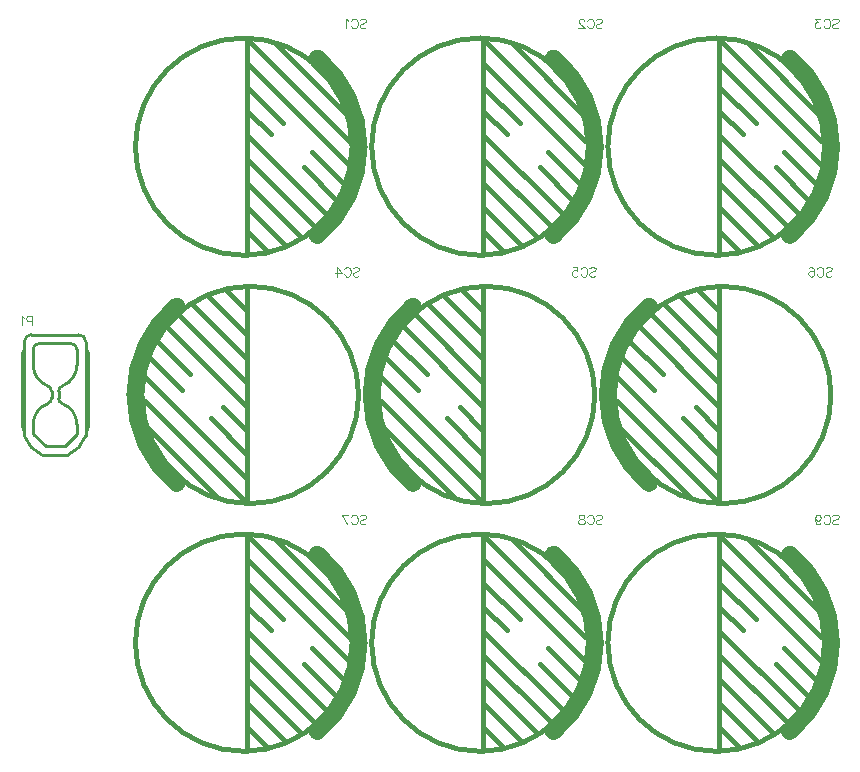
<source format=gbo>
G04*
G04 #@! TF.GenerationSoftware,Altium Limited,Altium Designer,23.3.1 (30)*
G04*
G04 Layer_Color=32896*
%FSLAX25Y25*%
%MOIN*%
G70*
G04*
G04 #@! TF.SameCoordinates,CC060F13-8039-4013-9EB4-17962B1888DE*
G04*
G04*
G04 #@! TF.FilePolarity,Positive*
G04*
G01*
G75*
%ADD14C,0.01000*%
%ADD19C,0.00492*%
%ADD132C,0.01500*%
%ADD133C,0.06000*%
D14*
X22047Y147638D02*
G03*
X17243Y154486I-7283J-0D01*
G01*
X15944Y156337D02*
G03*
X17243Y154486I1969J-0D01*
G01*
X12284D02*
G03*
X13582Y156337I-670J1851D01*
G01*
X7480Y167323D02*
G03*
X12284Y160474I7283J0D01*
G01*
X13582Y158624D02*
G03*
X12284Y160474I-1969J0D01*
G01*
X17243D02*
G03*
X15944Y158624I670J-1851D01*
G01*
X12284Y154486D02*
G03*
X7480Y147638I2479J-6848D01*
G01*
X9448Y174606D02*
G03*
X7480Y172638I0J-1969D01*
G01*
X22047D02*
G03*
X20078Y174606I-1969J0D01*
G01*
X17243Y160474D02*
G03*
X22047Y167323I-2479J6848D01*
G01*
X19094Y137402D02*
G03*
X24999Y143798I-4331J9923D01*
G01*
X4527D02*
G03*
X10432Y137402I10236J3527D01*
G01*
X6889Y177559D02*
G03*
X4527Y175197I0J-2362D01*
G01*
X24999D02*
G03*
X22637Y177559I-2362J0D01*
G01*
X17913Y140354D02*
X22047Y144488D01*
X11613Y140354D02*
X17913D01*
X7480Y144488D02*
X11613Y140354D01*
X13582Y156337D02*
Y158624D01*
X15944Y156337D02*
Y158624D01*
X7480Y144488D02*
Y147638D01*
X22047Y144488D02*
Y147638D01*
X7480Y167323D02*
Y172638D01*
X22047Y167323D02*
Y172638D01*
X9448Y174606D02*
X20078D01*
X3739Y147047D02*
Y171260D01*
Y147047D02*
X4527Y145473D01*
X3739Y171260D02*
X4527Y172835D01*
X25787Y147047D02*
Y171260D01*
X24999Y145473D02*
X25787Y147047D01*
X24999Y172835D02*
X25787Y171260D01*
X4527Y143798D02*
Y175197D01*
X24999Y143798D02*
Y175197D01*
X10432Y137402D02*
X19094D01*
X6889Y177559D02*
X22637D01*
D19*
X116386Y282384D02*
X116686Y282684D01*
X117136Y282834D01*
X117735D01*
X118185Y282684D01*
X118485Y282384D01*
Y282084D01*
X118335Y281784D01*
X118185Y281634D01*
X117885Y281484D01*
X116985Y281185D01*
X116686Y281035D01*
X116536Y280885D01*
X116386Y280585D01*
Y280135D01*
X116686Y279835D01*
X117136Y279685D01*
X117735D01*
X118185Y279835D01*
X118485Y280135D01*
X113432Y282084D02*
X113582Y282384D01*
X113882Y282684D01*
X114181Y282834D01*
X114781D01*
X115081Y282684D01*
X115381Y282384D01*
X115531Y282084D01*
X115681Y281634D01*
Y280885D01*
X115531Y280435D01*
X115381Y280135D01*
X115081Y279835D01*
X114781Y279685D01*
X114181D01*
X113882Y279835D01*
X113582Y280135D01*
X113432Y280435D01*
X112547Y282234D02*
X112247Y282384D01*
X111797Y282834D01*
Y279685D01*
X195086Y282384D02*
X195386Y282684D01*
X195835Y282834D01*
X196435D01*
X196885Y282684D01*
X197185Y282384D01*
Y282084D01*
X197035Y281784D01*
X196885Y281634D01*
X196585Y281484D01*
X195686Y281185D01*
X195386Y281035D01*
X195236Y280885D01*
X195086Y280585D01*
Y280135D01*
X195386Y279835D01*
X195835Y279685D01*
X196435D01*
X196885Y279835D01*
X197185Y280135D01*
X192132Y282084D02*
X192282Y282384D01*
X192582Y282684D01*
X192882Y282834D01*
X193481D01*
X193781Y282684D01*
X194081Y282384D01*
X194231Y282084D01*
X194381Y281634D01*
Y280885D01*
X194231Y280435D01*
X194081Y280135D01*
X193781Y279835D01*
X193481Y279685D01*
X192882D01*
X192582Y279835D01*
X192282Y280135D01*
X192132Y280435D01*
X191097Y282084D02*
Y282234D01*
X190947Y282534D01*
X190797Y282684D01*
X190497Y282834D01*
X189898D01*
X189598Y282684D01*
X189448Y282534D01*
X189298Y282234D01*
Y281934D01*
X189448Y281634D01*
X189748Y281185D01*
X191247Y279685D01*
X189148D01*
X273886Y282384D02*
X274186Y282684D01*
X274636Y282834D01*
X275235D01*
X275685Y282684D01*
X275985Y282384D01*
Y282084D01*
X275835Y281784D01*
X275685Y281634D01*
X275385Y281484D01*
X274486Y281185D01*
X274186Y281035D01*
X274036Y280885D01*
X273886Y280585D01*
Y280135D01*
X274186Y279835D01*
X274636Y279685D01*
X275235D01*
X275685Y279835D01*
X275985Y280135D01*
X270932Y282084D02*
X271082Y282384D01*
X271382Y282684D01*
X271681Y282834D01*
X272281D01*
X272581Y282684D01*
X272881Y282384D01*
X273031Y282084D01*
X273181Y281634D01*
Y280885D01*
X273031Y280435D01*
X272881Y280135D01*
X272581Y279835D01*
X272281Y279685D01*
X271681D01*
X271382Y279835D01*
X271082Y280135D01*
X270932Y280435D01*
X269747Y282834D02*
X268098D01*
X268997Y281634D01*
X268548D01*
X268248Y281484D01*
X268098Y281334D01*
X267948Y280885D01*
Y280585D01*
X268098Y280135D01*
X268398Y279835D01*
X268847Y279685D01*
X269297D01*
X269747Y279835D01*
X269897Y279985D01*
X270047Y280285D01*
X271586Y199584D02*
X271886Y199884D01*
X272336Y200034D01*
X272935D01*
X273385Y199884D01*
X273685Y199584D01*
Y199284D01*
X273535Y198984D01*
X273385Y198834D01*
X273085Y198684D01*
X272186Y198384D01*
X271886Y198235D01*
X271736Y198085D01*
X271586Y197785D01*
Y197335D01*
X271886Y197035D01*
X272336Y196885D01*
X272935D01*
X273385Y197035D01*
X273685Y197335D01*
X268632Y199284D02*
X268782Y199584D01*
X269082Y199884D01*
X269381Y200034D01*
X269981D01*
X270281Y199884D01*
X270581Y199584D01*
X270731Y199284D01*
X270881Y198834D01*
Y198085D01*
X270731Y197635D01*
X270581Y197335D01*
X270281Y197035D01*
X269981Y196885D01*
X269381D01*
X269082Y197035D01*
X268782Y197335D01*
X268632Y197635D01*
X265948Y199584D02*
X266098Y199884D01*
X266547Y200034D01*
X266847D01*
X267297Y199884D01*
X267597Y199434D01*
X267747Y198684D01*
Y197935D01*
X267597Y197335D01*
X267297Y197035D01*
X266847Y196885D01*
X266697D01*
X266248Y197035D01*
X265948Y197335D01*
X265798Y197785D01*
Y197935D01*
X265948Y198384D01*
X266248Y198684D01*
X266697Y198834D01*
X266847D01*
X267297Y198684D01*
X267597Y198384D01*
X267747Y197935D01*
X192886Y199584D02*
X193186Y199884D01*
X193635Y200034D01*
X194235D01*
X194685Y199884D01*
X194985Y199584D01*
Y199284D01*
X194835Y198984D01*
X194685Y198834D01*
X194385Y198684D01*
X193485Y198384D01*
X193186Y198235D01*
X193036Y198085D01*
X192886Y197785D01*
Y197335D01*
X193186Y197035D01*
X193635Y196885D01*
X194235D01*
X194685Y197035D01*
X194985Y197335D01*
X189932Y199284D02*
X190082Y199584D01*
X190382Y199884D01*
X190682Y200034D01*
X191281D01*
X191581Y199884D01*
X191881Y199584D01*
X192031Y199284D01*
X192181Y198834D01*
Y198085D01*
X192031Y197635D01*
X191881Y197335D01*
X191581Y197035D01*
X191281Y196885D01*
X190682D01*
X190382Y197035D01*
X190082Y197335D01*
X189932Y197635D01*
X187248Y200034D02*
X188747D01*
X188897Y198684D01*
X188747Y198834D01*
X188297Y198984D01*
X187847D01*
X187398Y198834D01*
X187098Y198535D01*
X186948Y198085D01*
Y197785D01*
X187098Y197335D01*
X187398Y197035D01*
X187847Y196885D01*
X188297D01*
X188747Y197035D01*
X188897Y197185D01*
X189047Y197485D01*
X114086Y199584D02*
X114386Y199884D01*
X114836Y200034D01*
X115435D01*
X115885Y199884D01*
X116185Y199584D01*
Y199284D01*
X116035Y198984D01*
X115885Y198834D01*
X115585Y198684D01*
X114685Y198384D01*
X114386Y198235D01*
X114236Y198085D01*
X114086Y197785D01*
Y197335D01*
X114386Y197035D01*
X114836Y196885D01*
X115435D01*
X115885Y197035D01*
X116185Y197335D01*
X111132Y199284D02*
X111282Y199584D01*
X111582Y199884D01*
X111881Y200034D01*
X112481D01*
X112781Y199884D01*
X113081Y199584D01*
X113231Y199284D01*
X113381Y198834D01*
Y198085D01*
X113231Y197635D01*
X113081Y197335D01*
X112781Y197035D01*
X112481Y196885D01*
X111881D01*
X111582Y197035D01*
X111282Y197335D01*
X111132Y197635D01*
X108748Y200034D02*
X110247Y197935D01*
X107998D01*
X108748Y200034D02*
Y196885D01*
X116386Y116984D02*
X116686Y117284D01*
X117136Y117434D01*
X117735D01*
X118185Y117284D01*
X118485Y116984D01*
Y116684D01*
X118335Y116384D01*
X118185Y116234D01*
X117885Y116084D01*
X116985Y115785D01*
X116686Y115635D01*
X116536Y115485D01*
X116386Y115185D01*
Y114735D01*
X116686Y114435D01*
X117136Y114285D01*
X117735D01*
X118185Y114435D01*
X118485Y114735D01*
X113432Y116684D02*
X113582Y116984D01*
X113882Y117284D01*
X114181Y117434D01*
X114781D01*
X115081Y117284D01*
X115381Y116984D01*
X115531Y116684D01*
X115681Y116234D01*
Y115485D01*
X115531Y115035D01*
X115381Y114735D01*
X115081Y114435D01*
X114781Y114285D01*
X114181D01*
X113882Y114435D01*
X113582Y114735D01*
X113432Y115035D01*
X110448Y117434D02*
X111947Y114285D01*
X112547Y117434D02*
X110448D01*
X195086Y116984D02*
X195386Y117284D01*
X195835Y117434D01*
X196435D01*
X196885Y117284D01*
X197185Y116984D01*
Y116684D01*
X197035Y116384D01*
X196885Y116234D01*
X196585Y116084D01*
X195686Y115785D01*
X195386Y115635D01*
X195236Y115485D01*
X195086Y115185D01*
Y114735D01*
X195386Y114435D01*
X195835Y114285D01*
X196435D01*
X196885Y114435D01*
X197185Y114735D01*
X192132Y116684D02*
X192282Y116984D01*
X192582Y117284D01*
X192882Y117434D01*
X193481D01*
X193781Y117284D01*
X194081Y116984D01*
X194231Y116684D01*
X194381Y116234D01*
Y115485D01*
X194231Y115035D01*
X194081Y114735D01*
X193781Y114435D01*
X193481Y114285D01*
X192882D01*
X192582Y114435D01*
X192282Y114735D01*
X192132Y115035D01*
X190497Y117434D02*
X190947Y117284D01*
X191097Y116984D01*
Y116684D01*
X190947Y116384D01*
X190647Y116234D01*
X190048Y116084D01*
X189598Y115935D01*
X189298Y115635D01*
X189148Y115335D01*
Y114885D01*
X189298Y114585D01*
X189448Y114435D01*
X189898Y114285D01*
X190497D01*
X190947Y114435D01*
X191097Y114585D01*
X191247Y114885D01*
Y115335D01*
X191097Y115635D01*
X190797Y115935D01*
X190347Y116084D01*
X189748Y116234D01*
X189448Y116384D01*
X189298Y116684D01*
Y116984D01*
X189448Y117284D01*
X189898Y117434D01*
X190497D01*
X273886Y116984D02*
X274186Y117284D01*
X274636Y117434D01*
X275235D01*
X275685Y117284D01*
X275985Y116984D01*
Y116684D01*
X275835Y116384D01*
X275685Y116234D01*
X275385Y116084D01*
X274486Y115785D01*
X274186Y115635D01*
X274036Y115485D01*
X273886Y115185D01*
Y114735D01*
X274186Y114435D01*
X274636Y114285D01*
X275235D01*
X275685Y114435D01*
X275985Y114735D01*
X270932Y116684D02*
X271082Y116984D01*
X271382Y117284D01*
X271681Y117434D01*
X272281D01*
X272581Y117284D01*
X272881Y116984D01*
X273031Y116684D01*
X273181Y116234D01*
Y115485D01*
X273031Y115035D01*
X272881Y114735D01*
X272581Y114435D01*
X272281Y114285D01*
X271681D01*
X271382Y114435D01*
X271082Y114735D01*
X270932Y115035D01*
X268098Y116384D02*
X268248Y115935D01*
X268548Y115635D01*
X268997Y115485D01*
X269147D01*
X269597Y115635D01*
X269897Y115935D01*
X270047Y116384D01*
Y116534D01*
X269897Y116984D01*
X269597Y117284D01*
X269147Y117434D01*
X268997D01*
X268548Y117284D01*
X268248Y116984D01*
X268098Y116384D01*
Y115635D01*
X268248Y114885D01*
X268548Y114435D01*
X268997Y114285D01*
X269297D01*
X269747Y114435D01*
X269897Y114735D01*
X7237Y182085D02*
X5887D01*
X5438Y182235D01*
X5288Y182384D01*
X5138Y182684D01*
Y183134D01*
X5288Y183434D01*
X5438Y183584D01*
X5887Y183734D01*
X7237D01*
Y180585D01*
X4433Y183134D02*
X4133Y183284D01*
X3683Y183734D01*
Y180585D01*
D132*
X192724Y74853D02*
G03*
X192724Y74853I-36220J0D01*
G01*
X271464D02*
G03*
X271464Y74853I-36220J0D01*
G01*
X113984D02*
G03*
X113984Y74853I-36220J0D01*
G01*
X194677Y157430D02*
G03*
X194677Y157430I-36220J0D01*
G01*
X273418D02*
G03*
X273418Y157430I-36220J0D01*
G01*
X115937D02*
G03*
X115937Y157430I-36220J0D01*
G01*
X271464Y240208D02*
G03*
X271464Y240208I-36220J0D01*
G01*
X192724D02*
G03*
X192724Y240208I-36220J0D01*
G01*
X113984D02*
G03*
X113984Y240208I-36220J0D01*
G01*
X179134Y73150D02*
X189480Y62803D01*
X157480Y94803D02*
X169606Y82677D01*
X176370Y67913D02*
X187480Y56803D01*
X157480Y86803D02*
X165354Y78929D01*
X157480Y38803D02*
Y110803D01*
Y46803D02*
X164480Y39803D01*
X157480Y54803D02*
X170480Y41803D01*
X157480Y62803D02*
X175480Y44803D01*
X157480Y70803D02*
X179980Y48303D01*
X157480Y78803D02*
X183980Y52303D01*
X157480Y102803D02*
X191480Y68803D01*
X157480Y110803D02*
X191480Y76803D01*
X166980Y109303D02*
X191480Y84803D01*
X257874Y73150D02*
X268220Y62803D01*
X236221Y94803D02*
X248346Y82677D01*
X255110Y67913D02*
X266220Y56803D01*
X236221Y86803D02*
X244094Y78929D01*
X236221Y38803D02*
Y110803D01*
Y46803D02*
X243220Y39803D01*
X236221Y54803D02*
X249220Y41803D01*
X236221Y62803D02*
X254221Y44803D01*
X236221Y70803D02*
X258720Y48303D01*
X236221Y78803D02*
X262720Y52303D01*
X236221Y102803D02*
X270220Y68803D01*
X236221Y110803D02*
X270220Y76803D01*
X245721Y109303D02*
X270220Y84803D01*
X88240Y109303D02*
X112740Y84803D01*
X78740Y110803D02*
X112740Y76803D01*
X78740Y102803D02*
X112740Y68803D01*
X78740Y78803D02*
X105240Y52303D01*
X78740Y70803D02*
X101240Y48303D01*
X78740Y62803D02*
X96740Y44803D01*
X78740Y54803D02*
X91740Y41803D01*
X78740Y46803D02*
X85740Y39803D01*
X78740Y38803D02*
Y110803D01*
X78740Y86803D02*
X86614Y78929D01*
X97630Y67913D02*
X108740Y56803D01*
X78740Y94803D02*
X90866Y82677D01*
X100394Y73150D02*
X110740Y62803D01*
X123480Y147480D02*
X147980Y122980D01*
X123480Y155480D02*
X157480Y121480D01*
X123480Y163480D02*
X157480Y129480D01*
X130980Y179980D02*
X157480Y153480D01*
X134980Y183980D02*
X157480Y161480D01*
X139480Y187480D02*
X157480Y169480D01*
X144480Y190480D02*
X157480Y177480D01*
X150480Y192480D02*
X157480Y185480D01*
Y121480D02*
Y193480D01*
X149606Y153354D02*
X157480Y145480D01*
X127480Y175480D02*
X138591Y164370D01*
X145354Y149606D02*
X157480Y137480D01*
X125480Y169480D02*
X135827Y159134D01*
X202221Y147480D02*
X226720Y122980D01*
X202221Y155480D02*
X236221Y121480D01*
X202221Y163480D02*
X236221Y129480D01*
X209720Y179980D02*
X236221Y153480D01*
X213720Y183980D02*
X236221Y161480D01*
X218220Y187480D02*
X236221Y169480D01*
X223220Y190480D02*
X236221Y177480D01*
X229221Y192480D02*
X236221Y185480D01*
Y121480D02*
Y193480D01*
X228346Y153354D02*
X236221Y145480D01*
X206221Y175480D02*
X217331Y164370D01*
X224095Y149606D02*
X236221Y137480D01*
X204221Y169480D02*
X214567Y159134D01*
X44740Y147480D02*
X69240Y122980D01*
X44740Y155480D02*
X78740Y121480D01*
X44740Y163480D02*
X78740Y129480D01*
X52240Y179980D02*
X78740Y153480D01*
X56240Y183980D02*
X78740Y161480D01*
X60740Y187480D02*
X78740Y169480D01*
X65740Y190480D02*
X78740Y177480D01*
X71740Y192480D02*
X78740Y185480D01*
Y121480D02*
Y193480D01*
X70866Y153354D02*
X78740Y145480D01*
X48740Y175480D02*
X59850Y164370D01*
X66614Y149606D02*
X78740Y137480D01*
X46740Y169480D02*
X57087Y159134D01*
X245721Y274658D02*
X270220Y250157D01*
X236221Y276157D02*
X270220Y242158D01*
X236221Y268158D02*
X270220Y234157D01*
X236221Y244158D02*
X262720Y217657D01*
X236221Y236157D02*
X258720Y213657D01*
X236221Y228157D02*
X254221Y210157D01*
X236221Y220158D02*
X249220Y207157D01*
X236221Y212158D02*
X243220Y205157D01*
X236221Y204157D02*
Y276157D01*
X236221Y252157D02*
X244094Y244284D01*
X255110Y233268D02*
X266220Y222158D01*
X236221Y260157D02*
X248346Y248031D01*
X257874Y238504D02*
X268220Y228157D01*
X166980Y274658D02*
X191480Y250157D01*
X157480Y276157D02*
X191480Y242158D01*
X157480Y268158D02*
X191480Y234157D01*
X157480Y244158D02*
X183980Y217657D01*
X157480Y236157D02*
X179980Y213657D01*
X157480Y228157D02*
X175480Y210157D01*
X157480Y220158D02*
X170480Y207157D01*
X157480Y212158D02*
X164480Y205157D01*
X157480Y204157D02*
Y276157D01*
X157480Y252157D02*
X165354Y244284D01*
X176370Y233268D02*
X187480Y222158D01*
X157480Y260157D02*
X169606Y248031D01*
X179134Y238504D02*
X189480Y228157D01*
X88240Y274658D02*
X112740Y250157D01*
X78740Y276157D02*
X112740Y242158D01*
X78740Y268158D02*
X112740Y234157D01*
X78740Y244158D02*
X105240Y217657D01*
X78740Y236157D02*
X101240Y213657D01*
X78740Y228157D02*
X96740Y210157D01*
X78740Y220158D02*
X91740Y207157D01*
X78740Y212158D02*
X85740Y205157D01*
X78740Y204157D02*
Y276157D01*
X78740Y252157D02*
X86614Y244284D01*
X97630Y233268D02*
X108740Y222158D01*
X78740Y260157D02*
X90866Y248031D01*
X100394Y238504D02*
X110740Y228157D01*
D133*
X180942Y45450D02*
G03*
X180942Y104157I-24462J29353D01*
G01*
X259682Y45450D02*
G03*
X259682Y104157I-24462J29353D01*
G01*
X102202Y45450D02*
G03*
X102202Y104157I-24462J29353D01*
G01*
X134019Y186834D02*
G03*
X134019Y128127I24462J-29353D01*
G01*
X212759Y186834D02*
G03*
X212759Y128127I24462J-29353D01*
G01*
X55278Y186834D02*
G03*
X55278Y128127I24462J-29353D01*
G01*
X259682Y210804D02*
G03*
X259682Y269511I-24462J29353D01*
G01*
X180942Y210804D02*
G03*
X180942Y269511I-24462J29353D01*
G01*
X102202Y210804D02*
G03*
X102202Y269511I-24462J29353D01*
G01*
M02*

</source>
